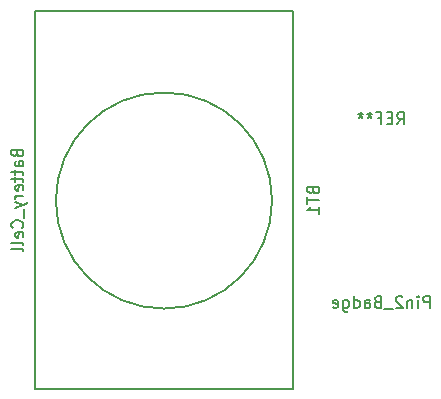
<source format=gbr>
G04 #@! TF.GenerationSoftware,KiCad,Pcbnew,5.0.2-bee76a0~70~ubuntu16.04.1*
G04 #@! TF.CreationDate,2019-01-04T08:40:48-07:00*
G04 #@! TF.ProjectId,MakerCozumel,4d616b65-7243-46f7-9a75-6d656c2e6b69,rev?*
G04 #@! TF.SameCoordinates,Original*
G04 #@! TF.FileFunction,Other,Fab,Bot*
%FSLAX46Y46*%
G04 Gerber Fmt 4.6, Leading zero omitted, Abs format (unit mm)*
G04 Created by KiCad (PCBNEW 5.0.2-bee76a0~70~ubuntu16.04.1) date Fri 04 Jan 2019 08:40:48 MST*
%MOMM*%
%LPD*%
G01*
G04 APERTURE LIST*
%ADD10C,0.150000*%
G04 APERTURE END LIST*
D10*
G04 #@! TO.C,BT1*
X129166229Y-100253800D02*
G75*
G03X129166229Y-100253800I-9151229J0D01*
G01*
X130915000Y-116177600D02*
X130915000Y-84177600D01*
X109118400Y-116177600D02*
X109118400Y-84177600D01*
X109115000Y-84177600D02*
X130915000Y-84177600D01*
X109115000Y-116177600D02*
X130915000Y-116177600D01*
G04 #@! TD*
G04 #@! TO.C,BT1*
X132643571Y-99417285D02*
X132691190Y-99560142D01*
X132738809Y-99607761D01*
X132834047Y-99655380D01*
X132976904Y-99655380D01*
X133072142Y-99607761D01*
X133119761Y-99560142D01*
X133167380Y-99464904D01*
X133167380Y-99083952D01*
X132167380Y-99083952D01*
X132167380Y-99417285D01*
X132215000Y-99512523D01*
X132262619Y-99560142D01*
X132357857Y-99607761D01*
X132453095Y-99607761D01*
X132548333Y-99560142D01*
X132595952Y-99512523D01*
X132643571Y-99417285D01*
X132643571Y-99083952D01*
X132167380Y-99941095D02*
X132167380Y-100512523D01*
X133167380Y-100226809D02*
X132167380Y-100226809D01*
X133167380Y-101369666D02*
X133167380Y-100798238D01*
X133167380Y-101083952D02*
X132167380Y-101083952D01*
X132310238Y-100988714D01*
X132405476Y-100893476D01*
X132453095Y-100798238D01*
X107573771Y-96272838D02*
X107621390Y-96415695D01*
X107669009Y-96463314D01*
X107764247Y-96510933D01*
X107907104Y-96510933D01*
X108002342Y-96463314D01*
X108049961Y-96415695D01*
X108097580Y-96320457D01*
X108097580Y-95939504D01*
X107097580Y-95939504D01*
X107097580Y-96272838D01*
X107145200Y-96368076D01*
X107192819Y-96415695D01*
X107288057Y-96463314D01*
X107383295Y-96463314D01*
X107478533Y-96415695D01*
X107526152Y-96368076D01*
X107573771Y-96272838D01*
X107573771Y-95939504D01*
X108097580Y-97368076D02*
X107573771Y-97368076D01*
X107478533Y-97320457D01*
X107430914Y-97225219D01*
X107430914Y-97034742D01*
X107478533Y-96939504D01*
X108049961Y-97368076D02*
X108097580Y-97272838D01*
X108097580Y-97034742D01*
X108049961Y-96939504D01*
X107954723Y-96891885D01*
X107859485Y-96891885D01*
X107764247Y-96939504D01*
X107716628Y-97034742D01*
X107716628Y-97272838D01*
X107669009Y-97368076D01*
X107430914Y-97701409D02*
X107430914Y-98082361D01*
X107097580Y-97844266D02*
X107954723Y-97844266D01*
X108049961Y-97891885D01*
X108097580Y-97987123D01*
X108097580Y-98082361D01*
X107430914Y-98272838D02*
X107430914Y-98653790D01*
X107097580Y-98415695D02*
X107954723Y-98415695D01*
X108049961Y-98463314D01*
X108097580Y-98558552D01*
X108097580Y-98653790D01*
X108049961Y-99368076D02*
X108097580Y-99272838D01*
X108097580Y-99082361D01*
X108049961Y-98987123D01*
X107954723Y-98939504D01*
X107573771Y-98939504D01*
X107478533Y-98987123D01*
X107430914Y-99082361D01*
X107430914Y-99272838D01*
X107478533Y-99368076D01*
X107573771Y-99415695D01*
X107669009Y-99415695D01*
X107764247Y-98939504D01*
X108097580Y-99844266D02*
X107430914Y-99844266D01*
X107621390Y-99844266D02*
X107526152Y-99891885D01*
X107478533Y-99939504D01*
X107430914Y-100034742D01*
X107430914Y-100129980D01*
X107430914Y-100368076D02*
X108097580Y-100606171D01*
X107430914Y-100844266D02*
X108097580Y-100606171D01*
X108335676Y-100510933D01*
X108383295Y-100463314D01*
X108430914Y-100368076D01*
X108192819Y-100987123D02*
X108192819Y-101749028D01*
X108002342Y-102558552D02*
X108049961Y-102510933D01*
X108097580Y-102368076D01*
X108097580Y-102272838D01*
X108049961Y-102129980D01*
X107954723Y-102034742D01*
X107859485Y-101987123D01*
X107669009Y-101939504D01*
X107526152Y-101939504D01*
X107335676Y-101987123D01*
X107240438Y-102034742D01*
X107145200Y-102129980D01*
X107097580Y-102272838D01*
X107097580Y-102368076D01*
X107145200Y-102510933D01*
X107192819Y-102558552D01*
X108049961Y-103368076D02*
X108097580Y-103272838D01*
X108097580Y-103082361D01*
X108049961Y-102987123D01*
X107954723Y-102939504D01*
X107573771Y-102939504D01*
X107478533Y-102987123D01*
X107430914Y-103082361D01*
X107430914Y-103272838D01*
X107478533Y-103368076D01*
X107573771Y-103415695D01*
X107669009Y-103415695D01*
X107764247Y-102939504D01*
X108097580Y-103987123D02*
X108049961Y-103891885D01*
X107954723Y-103844266D01*
X107097580Y-103844266D01*
X108097580Y-104510933D02*
X108049961Y-104415695D01*
X107954723Y-104368076D01*
X107097580Y-104368076D01*
G04 #@! TO.C,REF\002A\002A*
X139763333Y-93797380D02*
X140096666Y-93321190D01*
X140334761Y-93797380D02*
X140334761Y-92797380D01*
X139953809Y-92797380D01*
X139858571Y-92845000D01*
X139810952Y-92892619D01*
X139763333Y-92987857D01*
X139763333Y-93130714D01*
X139810952Y-93225952D01*
X139858571Y-93273571D01*
X139953809Y-93321190D01*
X140334761Y-93321190D01*
X139334761Y-93273571D02*
X139001428Y-93273571D01*
X138858571Y-93797380D02*
X139334761Y-93797380D01*
X139334761Y-92797380D01*
X138858571Y-92797380D01*
X138096666Y-93273571D02*
X138430000Y-93273571D01*
X138430000Y-93797380D02*
X138430000Y-92797380D01*
X137953809Y-92797380D01*
X137430000Y-92797380D02*
X137430000Y-93035476D01*
X137668095Y-92940238D02*
X137430000Y-93035476D01*
X137191904Y-92940238D01*
X137572857Y-93225952D02*
X137430000Y-93035476D01*
X137287142Y-93225952D01*
X136668095Y-92797380D02*
X136668095Y-93035476D01*
X136906190Y-92940238D02*
X136668095Y-93035476D01*
X136430000Y-92940238D01*
X136810952Y-93225952D02*
X136668095Y-93035476D01*
X136525238Y-93225952D01*
X142525238Y-109342180D02*
X142525238Y-108342180D01*
X142144285Y-108342180D01*
X142049047Y-108389800D01*
X142001428Y-108437419D01*
X141953809Y-108532657D01*
X141953809Y-108675514D01*
X142001428Y-108770752D01*
X142049047Y-108818371D01*
X142144285Y-108865990D01*
X142525238Y-108865990D01*
X141525238Y-109342180D02*
X141525238Y-108675514D01*
X141525238Y-108342180D02*
X141572857Y-108389800D01*
X141525238Y-108437419D01*
X141477619Y-108389800D01*
X141525238Y-108342180D01*
X141525238Y-108437419D01*
X141049047Y-108675514D02*
X141049047Y-109342180D01*
X141049047Y-108770752D02*
X141001428Y-108723133D01*
X140906190Y-108675514D01*
X140763333Y-108675514D01*
X140668095Y-108723133D01*
X140620476Y-108818371D01*
X140620476Y-109342180D01*
X140191904Y-108437419D02*
X140144285Y-108389800D01*
X140049047Y-108342180D01*
X139810952Y-108342180D01*
X139715714Y-108389800D01*
X139668095Y-108437419D01*
X139620476Y-108532657D01*
X139620476Y-108627895D01*
X139668095Y-108770752D01*
X140239523Y-109342180D01*
X139620476Y-109342180D01*
X139430000Y-109437419D02*
X138668095Y-109437419D01*
X138096666Y-108818371D02*
X137953809Y-108865990D01*
X137906190Y-108913609D01*
X137858571Y-109008847D01*
X137858571Y-109151704D01*
X137906190Y-109246942D01*
X137953809Y-109294561D01*
X138049047Y-109342180D01*
X138430000Y-109342180D01*
X138430000Y-108342180D01*
X138096666Y-108342180D01*
X138001428Y-108389800D01*
X137953809Y-108437419D01*
X137906190Y-108532657D01*
X137906190Y-108627895D01*
X137953809Y-108723133D01*
X138001428Y-108770752D01*
X138096666Y-108818371D01*
X138430000Y-108818371D01*
X137001428Y-109342180D02*
X137001428Y-108818371D01*
X137049047Y-108723133D01*
X137144285Y-108675514D01*
X137334761Y-108675514D01*
X137430000Y-108723133D01*
X137001428Y-109294561D02*
X137096666Y-109342180D01*
X137334761Y-109342180D01*
X137430000Y-109294561D01*
X137477619Y-109199323D01*
X137477619Y-109104085D01*
X137430000Y-109008847D01*
X137334761Y-108961228D01*
X137096666Y-108961228D01*
X137001428Y-108913609D01*
X136096666Y-109342180D02*
X136096666Y-108342180D01*
X136096666Y-109294561D02*
X136191904Y-109342180D01*
X136382380Y-109342180D01*
X136477619Y-109294561D01*
X136525238Y-109246942D01*
X136572857Y-109151704D01*
X136572857Y-108865990D01*
X136525238Y-108770752D01*
X136477619Y-108723133D01*
X136382380Y-108675514D01*
X136191904Y-108675514D01*
X136096666Y-108723133D01*
X135191904Y-108675514D02*
X135191904Y-109485038D01*
X135239523Y-109580276D01*
X135287142Y-109627895D01*
X135382380Y-109675514D01*
X135525238Y-109675514D01*
X135620476Y-109627895D01*
X135191904Y-109294561D02*
X135287142Y-109342180D01*
X135477619Y-109342180D01*
X135572857Y-109294561D01*
X135620476Y-109246942D01*
X135668095Y-109151704D01*
X135668095Y-108865990D01*
X135620476Y-108770752D01*
X135572857Y-108723133D01*
X135477619Y-108675514D01*
X135287142Y-108675514D01*
X135191904Y-108723133D01*
X134334761Y-109294561D02*
X134430000Y-109342180D01*
X134620476Y-109342180D01*
X134715714Y-109294561D01*
X134763333Y-109199323D01*
X134763333Y-108818371D01*
X134715714Y-108723133D01*
X134620476Y-108675514D01*
X134430000Y-108675514D01*
X134334761Y-108723133D01*
X134287142Y-108818371D01*
X134287142Y-108913609D01*
X134763333Y-109008847D01*
G04 #@! TD*
M02*

</source>
